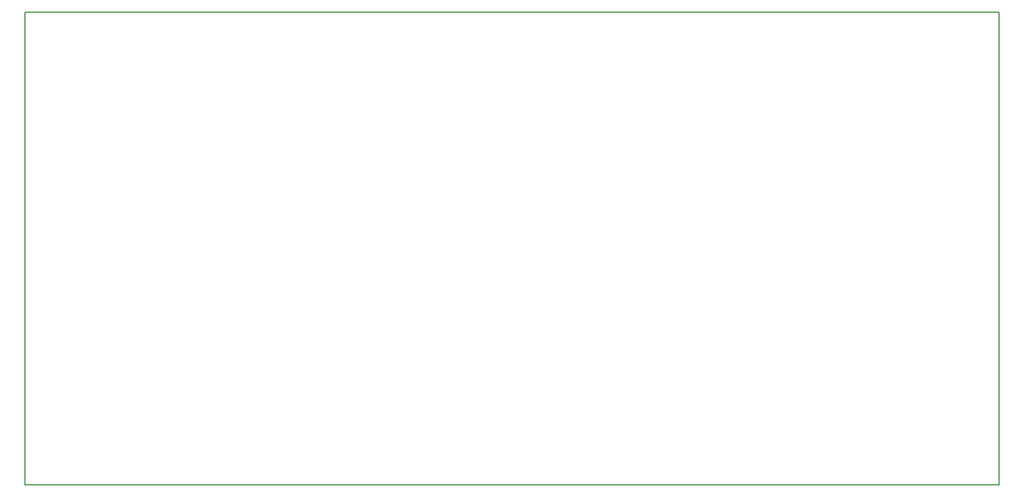
<source format=gbr>
G04 #@! TF.FileFunction,Profile,NP*
%FSLAX46Y46*%
G04 Gerber Fmt 4.6, Leading zero omitted, Abs format (unit mm)*
G04 Created by KiCad (PCBNEW 4.0.2+dfsg1-stable) date Mon 18 Jun 2018 02:06:16 PM EDT*
%MOMM*%
G01*
G04 APERTURE LIST*
%ADD10C,0.100000*%
%ADD11C,0.150000*%
G04 APERTURE END LIST*
D10*
D11*
X163322000Y-125730000D02*
X163322000Y-56642000D01*
X21082000Y-125730000D02*
X163322000Y-125730000D01*
X21082000Y-56642000D02*
X21082000Y-125730000D01*
X163322000Y-56642000D02*
X21082000Y-56642000D01*
M02*

</source>
